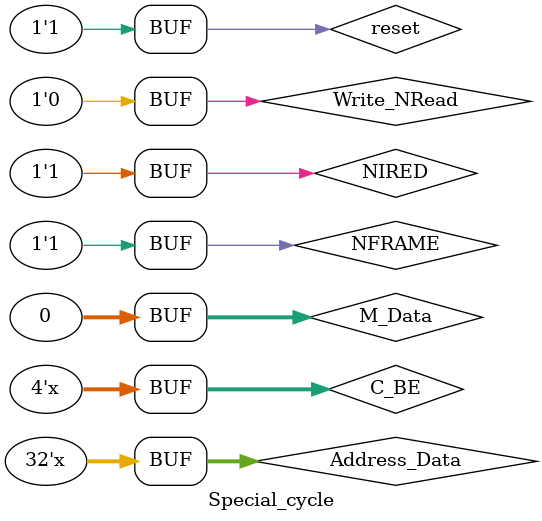
<source format=v>
`timescale 1ns / 1ns


module Special_cycle;

	// Inputs
	reg reset;
	//reg clk;
	reg NFRAME;
	reg NIRED;
	reg [3:0] C_BE;

	// Outputs
	wire stop;
	wire NTRED;
	wire NDEVSEL;

	// Bidirs
	wire [31:0] Address_Data;


	// Clock instance
	clock clock (clk);
	assign Address_Data = Write_NRead? M_Data :32'bz;
	
		//local control
	reg Write_NRead;
	reg [31:0]M_Data;

	// Instantiate the Unit Under Test (UUT)
	PCI_TARGET uut (
		.reset(reset), 
		.clk(clk), 
		.stop(stop), 
		.Address_Data(Address_Data), 
		.NFRAME(NFRAME), 
		.NIRED(NIRED), 
		.C_BE(C_BE), 
		.NTRED(NTRED), 
		.NDEVSEL(NDEVSEL)
	);

	initial begin
		// Initialize Inputs
		NFRAME = 1;
		NIRED = 1;
		C_BE = 0;
		Write_NRead = 0;
		C_BE = 4'bzzzz;
		M_Data = 32'bz;
		reset = 1;
		#40
		reset = 0;
		#40
		reset = 1;
        
		//special cycle command
		#40
		Write_NRead = 1;
		NFRAME = 0;
		M_Data = 32'h11111111;
		C_BE = 4'b0001;
		
		#40
		M_Data = 32'h00000000;
		C_BE = 4'b1111;
		NFRAME = 1;
		NIRED = 0;
		
		#200
		NIRED = 1;
		C_BE = 4'bzzzz;
		Write_NRead = 0;

	end
      
endmodule


</source>
